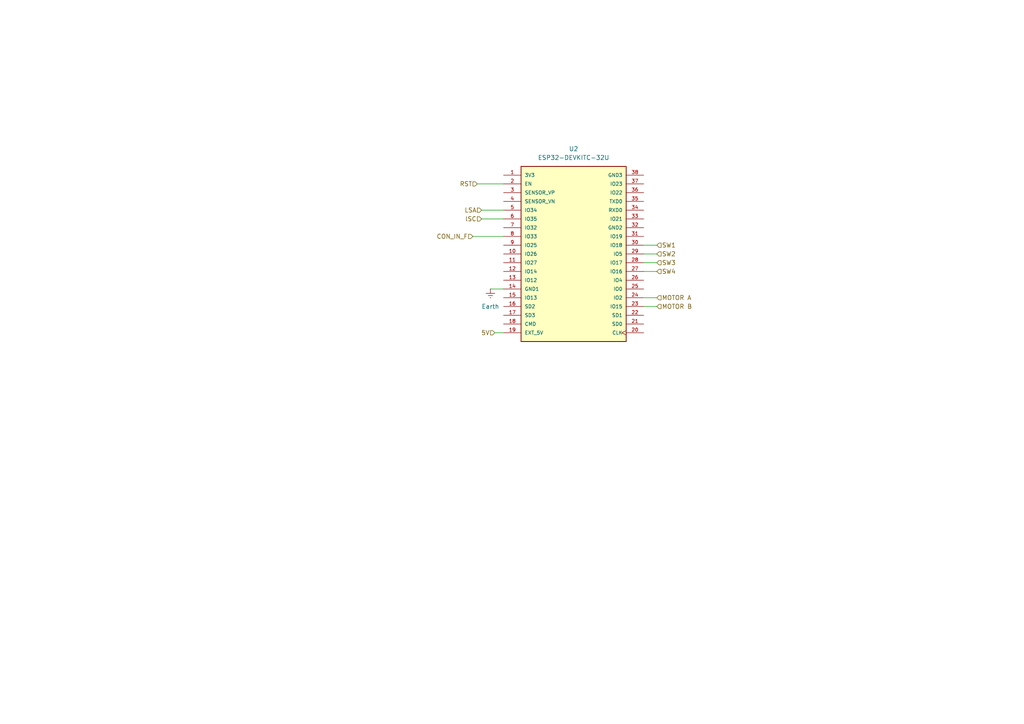
<source format=kicad_sch>
(kicad_sch
	(version 20250114)
	(generator "eeschema")
	(generator_version "9.0")
	(uuid "c066c993-8145-458e-b904-a7bb7047b740")
	(paper "A4")
	(lib_symbols
		(symbol "ESP32-DEVKITC-32U:ESP32-DEVKITC-32U"
			(pin_names
				(offset 1.016)
			)
			(exclude_from_sim no)
			(in_bom yes)
			(on_board yes)
			(property "Reference" "U"
				(at -15.2654 26.0604 0)
				(effects
					(font
						(size 1.27 1.27)
					)
					(justify left bottom)
				)
			)
			(property "Value" "ESP32-DEVKITC-32U"
				(at -15.2654 -27.9654 0)
				(effects
					(font
						(size 1.27 1.27)
					)
					(justify left bottom)
				)
			)
			(property "Footprint" "MODULE_ESP32-DEVKITC-32U"
				(at 0 0 0)
				(effects
					(font
						(size 1.27 1.27)
					)
					(justify left bottom)
					(hide yes)
				)
			)
			(property "Datasheet" ""
				(at 0 0 0)
				(effects
					(font
						(size 1.27 1.27)
					)
					(justify left bottom)
					(hide yes)
				)
			)
			(property "Description" ""
				(at 0 0 0)
				(effects
					(font
						(size 1.27 1.27)
					)
					(hide yes)
				)
			)
			(property "MF" "Espressif Systems"
				(at 0 0 0)
				(effects
					(font
						(size 1.27 1.27)
					)
					(justify left bottom)
					(hide yes)
				)
			)
			(property "MAXIMUM_PACKAGE_HEIGHT" "N/A"
				(at 0 0 0)
				(effects
					(font
						(size 1.27 1.27)
					)
					(justify left bottom)
					(hide yes)
				)
			)
			(property "Package" "CUSTOM-38 ESPRESSIF"
				(at 0 0 0)
				(effects
					(font
						(size 1.27 1.27)
					)
					(justify left bottom)
					(hide yes)
				)
			)
			(property "Price" "None"
				(at 0 0 0)
				(effects
					(font
						(size 1.27 1.27)
					)
					(justify left bottom)
					(hide yes)
				)
			)
			(property "Check_prices" "https://www.snapeda.com/parts/ESP32-DEVKITC-32U/Espressif+Systems/view-part/?ref=eda"
				(at 0 0 0)
				(effects
					(font
						(size 1.27 1.27)
					)
					(justify left bottom)
					(hide yes)
				)
			)
			(property "STANDARD" "Manufacturer Recommendations"
				(at 0 0 0)
				(effects
					(font
						(size 1.27 1.27)
					)
					(justify left bottom)
					(hide yes)
				)
			)
			(property "PARTREV" "V4"
				(at 0 0 0)
				(effects
					(font
						(size 1.27 1.27)
					)
					(justify left bottom)
					(hide yes)
				)
			)
			(property "SnapEDA_Link" "https://www.snapeda.com/parts/ESP32-DEVKITC-32U/Espressif+Systems/view-part/?ref=snap"
				(at 0 0 0)
				(effects
					(font
						(size 1.27 1.27)
					)
					(justify left bottom)
					(hide yes)
				)
			)
			(property "MP" "ESP32-DEVKITC-32U"
				(at 0 0 0)
				(effects
					(font
						(size 1.27 1.27)
					)
					(justify left bottom)
					(hide yes)
				)
			)
			(property "Description_1" "\\n                        \\n                            ESP32-WROOM-32UE series Transceiver; 802.11 b/g/n (Wi-Fi, WiFi, WLAN), Bluetooth® Smart Ready 4.x Dual Mode Evaluation Board\\n                        \\n"
				(at 0 0 0)
				(effects
					(font
						(size 1.27 1.27)
					)
					(justify left bottom)
					(hide yes)
				)
			)
			(property "Availability" "In Stock"
				(at 0 0 0)
				(effects
					(font
						(size 1.27 1.27)
					)
					(justify left bottom)
					(hide yes)
				)
			)
			(property "MANUFACTURER" "Espressif Systems"
				(at 0 0 0)
				(effects
					(font
						(size 1.27 1.27)
					)
					(justify left bottom)
					(hide yes)
				)
			)
			(property "ki_locked" ""
				(at 0 0 0)
				(effects
					(font
						(size 1.27 1.27)
					)
				)
			)
			(symbol "ESP32-DEVKITC-32U_0_0"
				(rectangle
					(start -15.24 -25.4)
					(end 15.24 25.4)
					(stroke
						(width 0.254)
						(type solid)
					)
					(fill
						(type background)
					)
				)
				(pin power_in line
					(at -20.32 22.86 0)
					(length 5.08)
					(name "3V3"
						(effects
							(font
								(size 1.016 1.016)
							)
						)
					)
					(number "1"
						(effects
							(font
								(size 1.016 1.016)
							)
						)
					)
				)
				(pin input line
					(at -20.32 20.32 0)
					(length 5.08)
					(name "EN"
						(effects
							(font
								(size 1.016 1.016)
							)
						)
					)
					(number "2"
						(effects
							(font
								(size 1.016 1.016)
							)
						)
					)
				)
				(pin input line
					(at -20.32 17.78 0)
					(length 5.08)
					(name "SENSOR_VP"
						(effects
							(font
								(size 1.016 1.016)
							)
						)
					)
					(number "3"
						(effects
							(font
								(size 1.016 1.016)
							)
						)
					)
				)
				(pin input line
					(at -20.32 15.24 0)
					(length 5.08)
					(name "SENSOR_VN"
						(effects
							(font
								(size 1.016 1.016)
							)
						)
					)
					(number "4"
						(effects
							(font
								(size 1.016 1.016)
							)
						)
					)
				)
				(pin bidirectional line
					(at -20.32 12.7 0)
					(length 5.08)
					(name "IO34"
						(effects
							(font
								(size 1.016 1.016)
							)
						)
					)
					(number "5"
						(effects
							(font
								(size 1.016 1.016)
							)
						)
					)
				)
				(pin bidirectional line
					(at -20.32 10.16 0)
					(length 5.08)
					(name "IO35"
						(effects
							(font
								(size 1.016 1.016)
							)
						)
					)
					(number "6"
						(effects
							(font
								(size 1.016 1.016)
							)
						)
					)
				)
				(pin bidirectional line
					(at -20.32 7.62 0)
					(length 5.08)
					(name "IO32"
						(effects
							(font
								(size 1.016 1.016)
							)
						)
					)
					(number "7"
						(effects
							(font
								(size 1.016 1.016)
							)
						)
					)
				)
				(pin bidirectional line
					(at -20.32 5.08 0)
					(length 5.08)
					(name "IO33"
						(effects
							(font
								(size 1.016 1.016)
							)
						)
					)
					(number "8"
						(effects
							(font
								(size 1.016 1.016)
							)
						)
					)
				)
				(pin bidirectional line
					(at -20.32 2.54 0)
					(length 5.08)
					(name "IO25"
						(effects
							(font
								(size 1.016 1.016)
							)
						)
					)
					(number "9"
						(effects
							(font
								(size 1.016 1.016)
							)
						)
					)
				)
				(pin bidirectional line
					(at -20.32 0 0)
					(length 5.08)
					(name "IO26"
						(effects
							(font
								(size 1.016 1.016)
							)
						)
					)
					(number "10"
						(effects
							(font
								(size 1.016 1.016)
							)
						)
					)
				)
				(pin bidirectional line
					(at -20.32 -2.54 0)
					(length 5.08)
					(name "IO27"
						(effects
							(font
								(size 1.016 1.016)
							)
						)
					)
					(number "11"
						(effects
							(font
								(size 1.016 1.016)
							)
						)
					)
				)
				(pin bidirectional line
					(at -20.32 -5.08 0)
					(length 5.08)
					(name "IO14"
						(effects
							(font
								(size 1.016 1.016)
							)
						)
					)
					(number "12"
						(effects
							(font
								(size 1.016 1.016)
							)
						)
					)
				)
				(pin bidirectional line
					(at -20.32 -7.62 0)
					(length 5.08)
					(name "IO12"
						(effects
							(font
								(size 1.016 1.016)
							)
						)
					)
					(number "13"
						(effects
							(font
								(size 1.016 1.016)
							)
						)
					)
				)
				(pin power_in line
					(at -20.32 -10.16 0)
					(length 5.08)
					(name "GND1"
						(effects
							(font
								(size 1.016 1.016)
							)
						)
					)
					(number "14"
						(effects
							(font
								(size 1.016 1.016)
							)
						)
					)
				)
				(pin bidirectional line
					(at -20.32 -12.7 0)
					(length 5.08)
					(name "IO13"
						(effects
							(font
								(size 1.016 1.016)
							)
						)
					)
					(number "15"
						(effects
							(font
								(size 1.016 1.016)
							)
						)
					)
				)
				(pin bidirectional line
					(at -20.32 -15.24 0)
					(length 5.08)
					(name "SD2"
						(effects
							(font
								(size 1.016 1.016)
							)
						)
					)
					(number "16"
						(effects
							(font
								(size 1.016 1.016)
							)
						)
					)
				)
				(pin bidirectional line
					(at -20.32 -17.78 0)
					(length 5.08)
					(name "SD3"
						(effects
							(font
								(size 1.016 1.016)
							)
						)
					)
					(number "17"
						(effects
							(font
								(size 1.016 1.016)
							)
						)
					)
				)
				(pin bidirectional line
					(at -20.32 -20.32 0)
					(length 5.08)
					(name "CMD"
						(effects
							(font
								(size 1.016 1.016)
							)
						)
					)
					(number "18"
						(effects
							(font
								(size 1.016 1.016)
							)
						)
					)
				)
				(pin power_in line
					(at -20.32 -22.86 0)
					(length 5.08)
					(name "EXT_5V"
						(effects
							(font
								(size 1.016 1.016)
							)
						)
					)
					(number "19"
						(effects
							(font
								(size 1.016 1.016)
							)
						)
					)
				)
				(pin power_in line
					(at 20.32 22.86 180)
					(length 5.08)
					(name "GND3"
						(effects
							(font
								(size 1.016 1.016)
							)
						)
					)
					(number "38"
						(effects
							(font
								(size 1.016 1.016)
							)
						)
					)
				)
				(pin bidirectional line
					(at 20.32 20.32 180)
					(length 5.08)
					(name "IO23"
						(effects
							(font
								(size 1.016 1.016)
							)
						)
					)
					(number "37"
						(effects
							(font
								(size 1.016 1.016)
							)
						)
					)
				)
				(pin bidirectional line
					(at 20.32 17.78 180)
					(length 5.08)
					(name "IO22"
						(effects
							(font
								(size 1.016 1.016)
							)
						)
					)
					(number "36"
						(effects
							(font
								(size 1.016 1.016)
							)
						)
					)
				)
				(pin output line
					(at 20.32 15.24 180)
					(length 5.08)
					(name "TXD0"
						(effects
							(font
								(size 1.016 1.016)
							)
						)
					)
					(number "35"
						(effects
							(font
								(size 1.016 1.016)
							)
						)
					)
				)
				(pin input line
					(at 20.32 12.7 180)
					(length 5.08)
					(name "RXD0"
						(effects
							(font
								(size 1.016 1.016)
							)
						)
					)
					(number "34"
						(effects
							(font
								(size 1.016 1.016)
							)
						)
					)
				)
				(pin bidirectional line
					(at 20.32 10.16 180)
					(length 5.08)
					(name "IO21"
						(effects
							(font
								(size 1.016 1.016)
							)
						)
					)
					(number "33"
						(effects
							(font
								(size 1.016 1.016)
							)
						)
					)
				)
				(pin power_in line
					(at 20.32 7.62 180)
					(length 5.08)
					(name "GND2"
						(effects
							(font
								(size 1.016 1.016)
							)
						)
					)
					(number "32"
						(effects
							(font
								(size 1.016 1.016)
							)
						)
					)
				)
				(pin bidirectional line
					(at 20.32 5.08 180)
					(length 5.08)
					(name "IO19"
						(effects
							(font
								(size 1.016 1.016)
							)
						)
					)
					(number "31"
						(effects
							(font
								(size 1.016 1.016)
							)
						)
					)
				)
				(pin bidirectional line
					(at 20.32 2.54 180)
					(length 5.08)
					(name "IO18"
						(effects
							(font
								(size 1.016 1.016)
							)
						)
					)
					(number "30"
						(effects
							(font
								(size 1.016 1.016)
							)
						)
					)
				)
				(pin bidirectional line
					(at 20.32 0 180)
					(length 5.08)
					(name "IO5"
						(effects
							(font
								(size 1.016 1.016)
							)
						)
					)
					(number "29"
						(effects
							(font
								(size 1.016 1.016)
							)
						)
					)
				)
				(pin bidirectional line
					(at 20.32 -2.54 180)
					(length 5.08)
					(name "IO17"
						(effects
							(font
								(size 1.016 1.016)
							)
						)
					)
					(number "28"
						(effects
							(font
								(size 1.016 1.016)
							)
						)
					)
				)
				(pin bidirectional line
					(at 20.32 -5.08 180)
					(length 5.08)
					(name "IO16"
						(effects
							(font
								(size 1.016 1.016)
							)
						)
					)
					(number "27"
						(effects
							(font
								(size 1.016 1.016)
							)
						)
					)
				)
				(pin bidirectional line
					(at 20.32 -7.62 180)
					(length 5.08)
					(name "IO4"
						(effects
							(font
								(size 1.016 1.016)
							)
						)
					)
					(number "26"
						(effects
							(font
								(size 1.016 1.016)
							)
						)
					)
				)
				(pin bidirectional line
					(at 20.32 -10.16 180)
					(length 5.08)
					(name "IO0"
						(effects
							(font
								(size 1.016 1.016)
							)
						)
					)
					(number "25"
						(effects
							(font
								(size 1.016 1.016)
							)
						)
					)
				)
				(pin bidirectional line
					(at 20.32 -12.7 180)
					(length 5.08)
					(name "IO2"
						(effects
							(font
								(size 1.016 1.016)
							)
						)
					)
					(number "24"
						(effects
							(font
								(size 1.016 1.016)
							)
						)
					)
				)
				(pin bidirectional line
					(at 20.32 -15.24 180)
					(length 5.08)
					(name "IO15"
						(effects
							(font
								(size 1.016 1.016)
							)
						)
					)
					(number "23"
						(effects
							(font
								(size 1.016 1.016)
							)
						)
					)
				)
				(pin bidirectional line
					(at 20.32 -17.78 180)
					(length 5.08)
					(name "SD1"
						(effects
							(font
								(size 1.016 1.016)
							)
						)
					)
					(number "22"
						(effects
							(font
								(size 1.016 1.016)
							)
						)
					)
				)
				(pin bidirectional line
					(at 20.32 -20.32 180)
					(length 5.08)
					(name "SD0"
						(effects
							(font
								(size 1.016 1.016)
							)
						)
					)
					(number "21"
						(effects
							(font
								(size 1.016 1.016)
							)
						)
					)
				)
				(pin input clock
					(at 20.32 -22.86 180)
					(length 5.08)
					(name "CLK"
						(effects
							(font
								(size 1.016 1.016)
							)
						)
					)
					(number "20"
						(effects
							(font
								(size 1.016 1.016)
							)
						)
					)
				)
			)
			(embedded_fonts no)
		)
		(symbol "power:Earth"
			(power)
			(pin_numbers
				(hide yes)
			)
			(pin_names
				(offset 0)
				(hide yes)
			)
			(exclude_from_sim no)
			(in_bom yes)
			(on_board yes)
			(property "Reference" "#PWR"
				(at 0 -6.35 0)
				(effects
					(font
						(size 1.27 1.27)
					)
					(hide yes)
				)
			)
			(property "Value" "Earth"
				(at 0 -3.81 0)
				(effects
					(font
						(size 1.27 1.27)
					)
				)
			)
			(property "Footprint" ""
				(at 0 0 0)
				(effects
					(font
						(size 1.27 1.27)
					)
					(hide yes)
				)
			)
			(property "Datasheet" "~"
				(at 0 0 0)
				(effects
					(font
						(size 1.27 1.27)
					)
					(hide yes)
				)
			)
			(property "Description" "Power symbol creates a global label with name \"Earth\""
				(at 0 0 0)
				(effects
					(font
						(size 1.27 1.27)
					)
					(hide yes)
				)
			)
			(property "ki_keywords" "global ground gnd"
				(at 0 0 0)
				(effects
					(font
						(size 1.27 1.27)
					)
					(hide yes)
				)
			)
			(symbol "Earth_0_1"
				(polyline
					(pts
						(xy -0.635 -1.905) (xy 0.635 -1.905)
					)
					(stroke
						(width 0)
						(type default)
					)
					(fill
						(type none)
					)
				)
				(polyline
					(pts
						(xy -0.127 -2.54) (xy 0.127 -2.54)
					)
					(stroke
						(width 0)
						(type default)
					)
					(fill
						(type none)
					)
				)
				(polyline
					(pts
						(xy 0 -1.27) (xy 0 0)
					)
					(stroke
						(width 0)
						(type default)
					)
					(fill
						(type none)
					)
				)
				(polyline
					(pts
						(xy 1.27 -1.27) (xy -1.27 -1.27)
					)
					(stroke
						(width 0)
						(type default)
					)
					(fill
						(type none)
					)
				)
			)
			(symbol "Earth_1_1"
				(pin power_in line
					(at 0 0 270)
					(length 0)
					(name "~"
						(effects
							(font
								(size 1.27 1.27)
							)
						)
					)
					(number "1"
						(effects
							(font
								(size 1.27 1.27)
							)
						)
					)
				)
			)
			(embedded_fonts no)
		)
	)
	(wire
		(pts
			(xy 138.43 53.34) (xy 146.05 53.34)
		)
		(stroke
			(width 0)
			(type default)
		)
		(uuid "01c84c55-f372-4076-a916-3b1a58fdab60")
	)
	(wire
		(pts
			(xy 142.24 83.82) (xy 146.05 83.82)
		)
		(stroke
			(width 0)
			(type default)
		)
		(uuid "062591a8-1146-4a41-9768-9a4c04dab3d0")
	)
	(wire
		(pts
			(xy 186.69 86.36) (xy 190.5 86.36)
		)
		(stroke
			(width 0)
			(type default)
		)
		(uuid "0ec635bf-9de3-4682-b9c7-18eebe35b6be")
	)
	(wire
		(pts
			(xy 186.69 78.74) (xy 190.5 78.74)
		)
		(stroke
			(width 0)
			(type default)
		)
		(uuid "3b3bbf6c-3811-4f39-90dc-2411a307fcf0")
	)
	(wire
		(pts
			(xy 137.16 68.58) (xy 146.05 68.58)
		)
		(stroke
			(width 0)
			(type default)
		)
		(uuid "419080e4-b321-46e7-a296-375f21ded7d2")
	)
	(wire
		(pts
			(xy 139.7 60.96) (xy 146.05 60.96)
		)
		(stroke
			(width 0)
			(type default)
		)
		(uuid "4c5bcb2a-7636-481f-9733-8a073eead058")
	)
	(wire
		(pts
			(xy 186.69 88.9) (xy 190.5 88.9)
		)
		(stroke
			(width 0)
			(type default)
		)
		(uuid "795e56ae-cc8d-43a1-8855-22f2e614216b")
	)
	(wire
		(pts
			(xy 143.51 96.52) (xy 146.05 96.52)
		)
		(stroke
			(width 0)
			(type default)
		)
		(uuid "8c4a52a3-a9c0-4eb4-ab61-dfc5622b883f")
	)
	(wire
		(pts
			(xy 186.69 73.66) (xy 190.5 73.66)
		)
		(stroke
			(width 0)
			(type default)
		)
		(uuid "ae5a94ae-23e6-4f94-afdc-b44d4304553b")
	)
	(wire
		(pts
			(xy 139.7 63.5) (xy 146.05 63.5)
		)
		(stroke
			(width 0)
			(type default)
		)
		(uuid "e0515613-21e0-454f-94f1-fb80c7a42af3")
	)
	(wire
		(pts
			(xy 186.69 76.2) (xy 190.5 76.2)
		)
		(stroke
			(width 0)
			(type default)
		)
		(uuid "e7c67f76-93df-4a5b-8106-4b28dbda3e89")
	)
	(wire
		(pts
			(xy 186.69 71.12) (xy 190.5 71.12)
		)
		(stroke
			(width 0)
			(type default)
		)
		(uuid "f9eef077-3c6e-4252-af48-9dd1e03ab19c")
	)
	(hierarchical_label "5V"
		(shape input)
		(at 143.51 96.52 180)
		(effects
			(font
				(size 1.27 1.27)
			)
			(justify right)
		)
		(uuid "07193baa-2c51-4a54-80a2-99414629931d")
	)
	(hierarchical_label "SW4"
		(shape input)
		(at 190.5 78.74 0)
		(effects
			(font
				(size 1.27 1.27)
			)
			(justify left)
		)
		(uuid "14fccb2c-38b8-44ae-b7c8-be44bad2b1a0")
	)
	(hierarchical_label "CON_IN_F"
		(shape input)
		(at 137.16 68.58 180)
		(effects
			(font
				(size 1.27 1.27)
			)
			(justify right)
		)
		(uuid "5b83a8dd-62d0-4439-a18b-01896b0f7585")
	)
	(hierarchical_label "SW3"
		(shape input)
		(at 190.5 76.2 0)
		(effects
			(font
				(size 1.27 1.27)
			)
			(justify left)
		)
		(uuid "6d9b6f05-8e4c-403b-93d7-eea0be23ec5c")
	)
	(hierarchical_label "MOTOR A"
		(shape input)
		(at 190.5 86.36 0)
		(effects
			(font
				(size 1.27 1.27)
			)
			(justify left)
		)
		(uuid "7667fcff-aae0-4760-9127-e80653eba518")
	)
	(hierarchical_label "MOTOR B"
		(shape input)
		(at 190.5 88.9 0)
		(effects
			(font
				(size 1.27 1.27)
			)
			(justify left)
		)
		(uuid "801e38b0-1eba-4ad3-b5f8-4c303b4394b5")
	)
	(hierarchical_label "SW1"
		(shape input)
		(at 190.5 71.12 0)
		(effects
			(font
				(size 1.27 1.27)
			)
			(justify left)
		)
		(uuid "9f245b1b-f6a0-4aad-9082-2712d8dc1a8a")
	)
	(hierarchical_label "lSC"
		(shape input)
		(at 139.7 63.5 180)
		(effects
			(font
				(size 1.27 1.27)
			)
			(justify right)
		)
		(uuid "a42ba42d-412a-45ec-8d63-1269aed689ee")
	)
	(hierarchical_label "LSA"
		(shape input)
		(at 139.7 60.96 180)
		(effects
			(font
				(size 1.27 1.27)
			)
			(justify right)
		)
		(uuid "d39eef8c-8a9c-4742-8ead-f1c1fc92c04c")
	)
	(hierarchical_label "RST"
		(shape input)
		(at 138.43 53.34 180)
		(effects
			(font
				(size 1.27 1.27)
			)
			(justify right)
		)
		(uuid "e32d017a-41c9-48c1-a386-863f4ec3ffa5")
	)
	(hierarchical_label "SW2"
		(shape input)
		(at 190.5 73.66 0)
		(effects
			(font
				(size 1.27 1.27)
			)
			(justify left)
		)
		(uuid "eeefa337-67bc-45fb-a8d4-2cade301668f")
	)
	(symbol
		(lib_id "ESP32-DEVKITC-32U:ESP32-DEVKITC-32U")
		(at 166.37 73.66 0)
		(unit 1)
		(exclude_from_sim no)
		(in_bom yes)
		(on_board yes)
		(dnp no)
		(fields_autoplaced yes)
		(uuid "265e46ca-bd14-4d9a-9339-8bc977523969")
		(property "Reference" "U2"
			(at 166.37 43.18 0)
			(effects
				(font
					(size 1.27 1.27)
				)
			)
		)
		(property "Value" "ESP32-DEVKITC-32U"
			(at 166.37 45.72 0)
			(effects
				(font
					(size 1.27 1.27)
				)
			)
		)
		(property "Footprint" "ESP32-DEVKITC-32U:MODULE_ESP32-DEVKITC-32U"
			(at 166.37 73.66 0)
			(effects
				(font
					(size 1.27 1.27)
				)
				(justify left bottom)
				(hide yes)
			)
		)
		(property "Datasheet" ""
			(at 166.37 73.66 0)
			(effects
				(font
					(size 1.27 1.27)
				)
				(justify left bottom)
				(hide yes)
			)
		)
		(property "Description" ""
			(at 166.37 73.66 0)
			(effects
				(font
					(size 1.27 1.27)
				)
				(hide yes)
			)
		)
		(property "MF" "Espressif Systems"
			(at 166.37 73.66 0)
			(effects
				(font
					(size 1.27 1.27)
				)
				(justify left bottom)
				(hide yes)
			)
		)
		(property "MAXIMUM_PACKAGE_HEIGHT" "N/A"
			(at 166.37 73.66 0)
			(effects
				(font
					(size 1.27 1.27)
				)
				(justify left bottom)
				(hide yes)
			)
		)
		(property "Package" "CUSTOM-38 ESPRESSIF"
			(at 166.37 73.66 0)
			(effects
				(font
					(size 1.27 1.27)
				)
				(justify left bottom)
				(hide yes)
			)
		)
		(property "Price" "None"
			(at 166.37 73.66 0)
			(effects
				(font
					(size 1.27 1.27)
				)
				(justify left bottom)
				(hide yes)
			)
		)
		(property "Check_prices" "https://www.snapeda.com/parts/ESP32-DEVKITC-32U/Espressif+Systems/view-part/?ref=eda"
			(at 166.37 73.66 0)
			(effects
				(font
					(size 1.27 1.27)
				)
				(justify left bottom)
				(hide yes)
			)
		)
		(property "STANDARD" "Manufacturer Recommendations"
			(at 166.37 73.66 0)
			(effects
				(font
					(size 1.27 1.27)
				)
				(justify left bottom)
				(hide yes)
			)
		)
		(property "PARTREV" "V4"
			(at 166.37 73.66 0)
			(effects
				(font
					(size 1.27 1.27)
				)
				(justify left bottom)
				(hide yes)
			)
		)
		(property "SnapEDA_Link" "https://www.snapeda.com/parts/ESP32-DEVKITC-32U/Espressif+Systems/view-part/?ref=snap"
			(at 166.37 73.66 0)
			(effects
				(font
					(size 1.27 1.27)
				)
				(justify left bottom)
				(hide yes)
			)
		)
		(property "MP" "ESP32-DEVKITC-32U"
			(at 166.37 73.66 0)
			(effects
				(font
					(size 1.27 1.27)
				)
				(justify left bottom)
				(hide yes)
			)
		)
		(property "Description_1" "\\n                        \\n                            ESP32-WROOM-32UE series Transceiver; 802.11 b/g/n (Wi-Fi, WiFi, WLAN), Bluetooth® Smart Ready 4.x Dual Mode Evaluation Board\\n                        \\n"
			(at 166.37 73.66 0)
			(effects
				(font
					(size 1.27 1.27)
				)
				(justify left bottom)
				(hide yes)
			)
		)
		(property "Availability" "In Stock"
			(at 166.37 73.66 0)
			(effects
				(font
					(size 1.27 1.27)
				)
				(justify left bottom)
				(hide yes)
			)
		)
		(property "MANUFACTURER" "Espressif Systems"
			(at 166.37 73.66 0)
			(effects
				(font
					(size 1.27 1.27)
				)
				(justify left bottom)
				(hide yes)
			)
		)
		(pin "6"
			(uuid "6c0d2ff8-6f5c-4ea2-b4f7-956c915e6528")
		)
		(pin "37"
			(uuid "2dd9dd00-86b7-48ee-aa0b-e76a6f0479a7")
		)
		(pin "28"
			(uuid "d8d40f9e-5bbf-44d7-983e-66b8a2a6df9d")
		)
		(pin "18"
			(uuid "41723258-e2ab-42cc-a877-929fc1db417a")
		)
		(pin "19"
			(uuid "a959d821-57dd-4aa2-bdfb-394b36be2fcb")
		)
		(pin "12"
			(uuid "8f326dae-4802-46e9-b252-bf4f3f941206")
		)
		(pin "9"
			(uuid "8f55fc10-8b6a-4eb0-93d7-85298f1faf27")
		)
		(pin "5"
			(uuid "3719132a-4df4-427b-9751-008c29055ff0")
		)
		(pin "14"
			(uuid "0f57f131-f8d0-4f97-ab9f-d4a7cae17365")
		)
		(pin "35"
			(uuid "b3495574-7e88-497e-a6b9-5e7f99bbaf01")
		)
		(pin "8"
			(uuid "ad72526e-b038-4886-a70a-f243a57584e2")
		)
		(pin "10"
			(uuid "699ed22c-388d-4ef4-a9e3-66aab6dd94ec")
		)
		(pin "11"
			(uuid "2e678895-0ef2-48d8-92a0-9fbb1a1058c8")
		)
		(pin "13"
			(uuid "6694bdd1-73b8-44ef-828b-2336938394bb")
		)
		(pin "15"
			(uuid "20154bd2-a46c-41b3-b2e6-1d94dc19717f")
		)
		(pin "36"
			(uuid "0b46b8ac-63d8-44ea-9f20-6b2a9de49954")
		)
		(pin "17"
			(uuid "a9ebd9ef-8646-4755-899c-5e49c7246c86")
		)
		(pin "7"
			(uuid "ec071cd8-c970-4f21-ac52-a8b5db874cd9")
		)
		(pin "16"
			(uuid "9e2b1f7d-3d9d-404e-b623-29f04eb6d3fc")
		)
		(pin "34"
			(uuid "32ff1d03-9ed1-43e5-9c9a-8531cc5a2d40")
		)
		(pin "33"
			(uuid "e84d3742-8814-4251-9f63-2f8719719dcf")
		)
		(pin "31"
			(uuid "26c2bbae-9ba5-4658-9403-066c6c142fc0")
		)
		(pin "38"
			(uuid "daab527a-b36e-4bc2-bc61-2931a09e42f5")
		)
		(pin "30"
			(uuid "11f90d30-5125-4502-91dc-a0f5bb1a1253")
		)
		(pin "4"
			(uuid "ff50df23-a0a6-4cab-a71d-e615b8fd4532")
		)
		(pin "32"
			(uuid "6d3d29a2-5a23-48ff-ad80-75b5316bb3bf")
		)
		(pin "29"
			(uuid "926a19d9-4bdd-48c4-a681-030303fb6cb1")
		)
		(pin "20"
			(uuid "38448757-820f-4cd0-b505-7722abf546c1")
		)
		(pin "27"
			(uuid "5f4ce833-b739-4fb0-9266-39b77105d144")
		)
		(pin "23"
			(uuid "862e453c-bb37-4447-b17f-c9eca92de646")
		)
		(pin "21"
			(uuid "504b6727-98aa-4cd1-905c-a5f272030d77")
		)
		(pin "25"
			(uuid "c755fc01-3b37-4bb0-a57c-400d150fc2ae")
		)
		(pin "24"
			(uuid "3583d47f-4249-4150-ae92-6b5a349ef99f")
		)
		(pin "22"
			(uuid "f9ae7bb1-ab5e-4691-a6b1-e44d8b455486")
		)
		(pin "26"
			(uuid "a5ed37aa-c14b-4481-90b6-39e1b481a8f2")
		)
		(pin "1"
			(uuid "d14a0211-93dc-47a8-b475-abf39a8b281b")
		)
		(pin "2"
			(uuid "db7cc96a-bcc4-4fe9-9668-0a2bff1fb854")
		)
		(pin "3"
			(uuid "baf5a1f1-986c-4b06-ac0d-4e4a79cada5b")
		)
		(instances
			(project "Pro"
				(path "/3d75f2ac-ff42-44dc-9858-71c9585bfb68/8cec64a4-8f4e-425a-930a-28a9426475d7/11ed3884-5d96-4a12-b792-755d1a63050b"
					(reference "U2")
					(unit 1)
				)
			)
		)
	)
	(symbol
		(lib_id "power:Earth")
		(at 142.24 83.82 0)
		(unit 1)
		(exclude_from_sim no)
		(in_bom yes)
		(on_board yes)
		(dnp no)
		(fields_autoplaced yes)
		(uuid "79ce0844-cc8f-4fd5-966b-0da6de941de3")
		(property "Reference" "#PWR011"
			(at 142.24 90.17 0)
			(effects
				(font
					(size 1.27 1.27)
				)
				(hide yes)
			)
		)
		(property "Value" "Earth"
			(at 142.24 88.9 0)
			(effects
				(font
					(size 1.27 1.27)
				)
			)
		)
		(property "Footprint" ""
			(at 142.24 83.82 0)
			(effects
				(font
					(size 1.27 1.27)
				)
				(hide yes)
			)
		)
		(property "Datasheet" "~"
			(at 142.24 83.82 0)
			(effects
				(font
					(size 1.27 1.27)
				)
				(hide yes)
			)
		)
		(property "Description" "Power symbol creates a global label with name \"Earth\""
			(at 142.24 83.82 0)
			(effects
				(font
					(size 1.27 1.27)
				)
				(hide yes)
			)
		)
		(pin "1"
			(uuid "b034b155-6a94-4f8b-b19a-549ff13f67b2")
		)
		(instances
			(project "Pro"
				(path "/3d75f2ac-ff42-44dc-9858-71c9585bfb68/8cec64a4-8f4e-425a-930a-28a9426475d7/11ed3884-5d96-4a12-b792-755d1a63050b"
					(reference "#PWR011")
					(unit 1)
				)
			)
		)
	)
)

</source>
